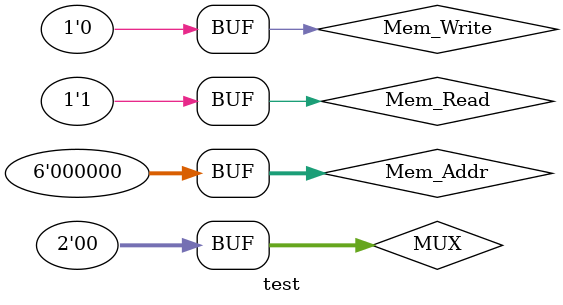
<source format=v>
`timescale 1ns / 1ps


module test;

	// Inputs
	reg [5:0] Mem_Addr;
	reg [1:0] MUX;
	reg Mem_Write;
	reg Mem_Read;

	// Outputs
	wire [7:0] LED;

	// Instantiate the Unit Under Test (UUT)
	RAM uut (
		.Mem_Addr(Mem_Addr), 
		.MUX(MUX), 
		.Mem_Write(Mem_Write), 
		.Mem_Read(Mem_Read), 
		.LED(LED)
	);
	initial begin
		// Initialize Inputs
		Mem_Addr = 0;
		MUX = 0;
		Mem_Write = 1;
		Mem_Read = 0;

		// Wait 100 ns for global reset to finish
		#100;
      Mem_Addr = 0;
		MUX = 0;
		Mem_Write = 0;
		Mem_Read = 1;  
		// Add stimulus here

	end
      
endmodule


</source>
